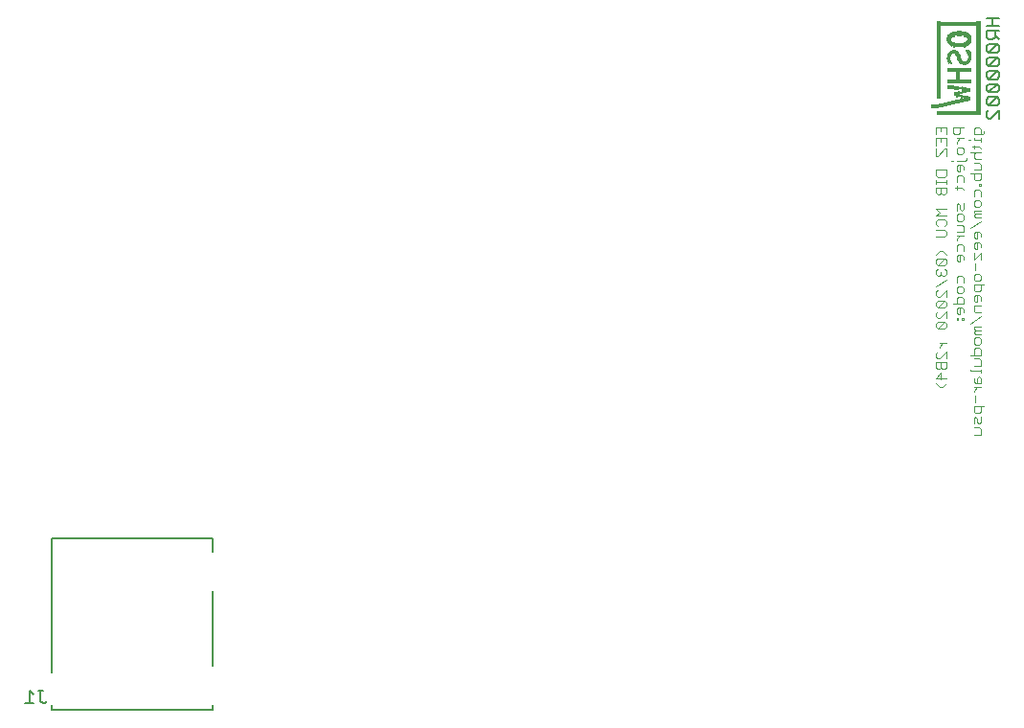
<source format=gbo>
G75*
%MOIN*%
%OFA0B0*%
%FSLAX25Y25*%
%IPPOS*%
%LPD*%
%AMOC8*
5,1,8,0,0,1.08239X$1,22.5*
%
%ADD10C,0.00400*%
%ADD11C,0.00500*%
%ADD12R,0.00300X0.32700*%
%ADD13R,0.00300X0.01500*%
%ADD14R,0.00300X0.02700*%
%ADD15R,0.00300X0.03000*%
%ADD16R,0.00300X0.03600*%
%ADD17R,0.00300X0.04200*%
%ADD18R,0.00300X0.04800*%
%ADD19R,0.00300X0.04500*%
%ADD20R,0.00300X0.02100*%
%ADD21R,0.00300X0.01800*%
%ADD22R,0.00300X0.01200*%
%ADD23R,0.00300X0.00600*%
%ADD24R,0.00300X0.00900*%
%ADD25R,0.00300X0.02400*%
%ADD26R,0.00300X0.03300*%
%ADD27R,0.00300X0.05400*%
%ADD28R,0.00300X0.03900*%
%ADD29R,0.00300X0.27000*%
%ADD30C,0.00600*%
D10*
X0577075Y0253695D02*
X0578276Y0252494D01*
X0579477Y0252494D01*
X0580678Y0253695D01*
X0580678Y0255577D02*
X0577075Y0255577D01*
X0578877Y0257378D01*
X0578877Y0254976D01*
X0579477Y0258659D02*
X0580078Y0258659D01*
X0580678Y0259260D01*
X0580678Y0261061D01*
X0577075Y0261061D01*
X0577075Y0259260D01*
X0577676Y0258659D01*
X0578276Y0258659D01*
X0578877Y0259260D01*
X0578877Y0261061D01*
X0578276Y0262342D02*
X0577676Y0262342D01*
X0577075Y0262943D01*
X0577075Y0264144D01*
X0577676Y0264744D01*
X0578276Y0266012D02*
X0578276Y0266613D01*
X0579477Y0267814D01*
X0580678Y0267814D02*
X0578276Y0267814D01*
X0580678Y0264744D02*
X0578276Y0262342D01*
X0580678Y0262342D02*
X0580678Y0264744D01*
X0578877Y0259260D02*
X0579477Y0258659D01*
X0589075Y0258606D02*
X0589075Y0258005D01*
X0592678Y0258005D01*
X0592678Y0257405D02*
X0592678Y0258606D01*
X0592678Y0259887D02*
X0590276Y0259887D01*
X0590276Y0262289D02*
X0592078Y0262289D01*
X0592678Y0261689D01*
X0592678Y0259887D01*
X0592678Y0263570D02*
X0589075Y0263570D01*
X0590276Y0263570D02*
X0590276Y0265372D01*
X0590877Y0265972D01*
X0592078Y0265972D01*
X0592678Y0265372D01*
X0592678Y0263570D01*
X0592078Y0267253D02*
X0590877Y0267253D01*
X0590276Y0267854D01*
X0590276Y0269055D01*
X0590877Y0269655D01*
X0592078Y0269655D01*
X0592678Y0269055D01*
X0592678Y0267854D01*
X0592078Y0267253D01*
X0592678Y0270936D02*
X0590877Y0270936D01*
X0590276Y0271537D01*
X0590877Y0272137D01*
X0592678Y0272137D01*
X0592678Y0273338D02*
X0590276Y0273338D01*
X0590276Y0272738D01*
X0590877Y0272137D01*
X0589075Y0274620D02*
X0592678Y0277022D01*
X0592678Y0278303D02*
X0590877Y0278303D01*
X0590276Y0278903D01*
X0590276Y0280705D01*
X0592678Y0280705D01*
X0591477Y0281986D02*
X0591477Y0284388D01*
X0590877Y0284388D02*
X0592078Y0284388D01*
X0592678Y0283787D01*
X0592678Y0282586D01*
X0591477Y0281986D02*
X0590877Y0281986D01*
X0590276Y0282586D01*
X0590276Y0283787D01*
X0590877Y0284388D01*
X0590877Y0285669D02*
X0592078Y0285669D01*
X0592678Y0286269D01*
X0592678Y0288071D01*
X0593879Y0288071D02*
X0590276Y0288071D01*
X0590276Y0286269D01*
X0590877Y0285669D01*
X0590877Y0289352D02*
X0590276Y0289953D01*
X0590276Y0291154D01*
X0590877Y0291754D01*
X0592078Y0291754D01*
X0592678Y0291154D01*
X0592678Y0289953D01*
X0592078Y0289352D01*
X0590877Y0289352D01*
X0590877Y0293035D02*
X0590877Y0295437D01*
X0590276Y0296718D02*
X0592678Y0299120D01*
X0592678Y0296718D01*
X0590276Y0296718D02*
X0590276Y0299120D01*
X0590877Y0300402D02*
X0591477Y0300402D01*
X0591477Y0302804D01*
X0590877Y0302804D02*
X0592078Y0302804D01*
X0592678Y0302203D01*
X0592678Y0301002D01*
X0590877Y0300402D02*
X0590276Y0301002D01*
X0590276Y0302203D01*
X0590877Y0302804D01*
X0590877Y0304085D02*
X0591477Y0304085D01*
X0591477Y0306487D01*
X0590877Y0306487D02*
X0592078Y0306487D01*
X0592678Y0305886D01*
X0592678Y0304685D01*
X0590877Y0304085D02*
X0590276Y0304685D01*
X0590276Y0305886D01*
X0590877Y0306487D01*
X0589075Y0307768D02*
X0592678Y0310170D01*
X0592678Y0311451D02*
X0590877Y0311451D01*
X0590276Y0312052D01*
X0590877Y0312652D01*
X0592678Y0312652D01*
X0592678Y0313853D02*
X0590276Y0313853D01*
X0590276Y0313253D01*
X0590877Y0312652D01*
X0590877Y0315134D02*
X0590276Y0315735D01*
X0590276Y0316936D01*
X0590877Y0317536D01*
X0592078Y0317536D01*
X0592678Y0316936D01*
X0592678Y0315735D01*
X0592078Y0315134D01*
X0590877Y0315134D01*
X0590276Y0318817D02*
X0590276Y0320619D01*
X0590877Y0321219D01*
X0592078Y0321219D01*
X0592678Y0320619D01*
X0592678Y0318817D01*
X0592678Y0322460D02*
X0592678Y0323061D01*
X0592078Y0323061D01*
X0592078Y0322460D01*
X0592678Y0322460D01*
X0592078Y0324342D02*
X0590877Y0324342D01*
X0590276Y0324943D01*
X0590276Y0326744D01*
X0589075Y0326744D02*
X0592678Y0326744D01*
X0592678Y0324943D01*
X0592078Y0324342D01*
X0592678Y0328025D02*
X0590276Y0328025D01*
X0590276Y0330427D02*
X0592078Y0330427D01*
X0592678Y0329827D01*
X0592678Y0328025D01*
X0592678Y0331708D02*
X0590877Y0331708D01*
X0590276Y0332309D01*
X0590276Y0333510D01*
X0590877Y0334110D01*
X0590276Y0335365D02*
X0590276Y0336566D01*
X0589676Y0335965D02*
X0592078Y0335965D01*
X0592678Y0335365D01*
X0592678Y0334110D02*
X0589075Y0334110D01*
X0587879Y0332269D02*
X0587879Y0331668D01*
X0587279Y0331068D01*
X0584276Y0331068D01*
X0583075Y0331068D02*
X0582475Y0331068D01*
X0584276Y0329213D02*
X0584276Y0328012D01*
X0584877Y0327411D01*
X0585477Y0327411D01*
X0585477Y0329813D01*
X0584877Y0329813D02*
X0584276Y0329213D01*
X0584877Y0329813D02*
X0586078Y0329813D01*
X0586678Y0329213D01*
X0586678Y0328012D01*
X0586078Y0326130D02*
X0586678Y0325530D01*
X0586678Y0323728D01*
X0586078Y0321847D02*
X0586678Y0321246D01*
X0586078Y0321847D02*
X0583676Y0321847D01*
X0584276Y0322447D02*
X0584276Y0321246D01*
X0584276Y0323728D02*
X0584276Y0325530D01*
X0584877Y0326130D01*
X0586078Y0326130D01*
X0580678Y0326170D02*
X0580078Y0325570D01*
X0577676Y0325570D01*
X0577075Y0326170D01*
X0577075Y0327972D01*
X0580678Y0327972D01*
X0580678Y0326170D01*
X0580678Y0324289D02*
X0580678Y0323088D01*
X0580678Y0323688D02*
X0577075Y0323688D01*
X0577075Y0323088D02*
X0577075Y0324289D01*
X0577075Y0321833D02*
X0577075Y0320032D01*
X0577676Y0319431D01*
X0578276Y0319431D01*
X0578877Y0320032D01*
X0578877Y0321833D01*
X0578877Y0320032D02*
X0579477Y0319431D01*
X0580078Y0319431D01*
X0580678Y0320032D01*
X0580678Y0321833D01*
X0577075Y0321833D01*
X0584276Y0315708D02*
X0584276Y0313906D01*
X0585477Y0314507D02*
X0585477Y0315708D01*
X0584877Y0316308D01*
X0584276Y0315708D01*
X0585477Y0314507D02*
X0586078Y0313906D01*
X0586678Y0314507D01*
X0586678Y0316308D01*
X0586078Y0312625D02*
X0586678Y0312025D01*
X0586678Y0310824D01*
X0586078Y0310223D01*
X0584877Y0310223D01*
X0584276Y0310824D01*
X0584276Y0312025D01*
X0584877Y0312625D01*
X0586078Y0312625D01*
X0586078Y0308942D02*
X0584276Y0308942D01*
X0586078Y0308942D02*
X0586678Y0308342D01*
X0586678Y0306540D01*
X0584276Y0306540D01*
X0584276Y0305259D02*
X0586678Y0305259D01*
X0585477Y0305259D02*
X0584276Y0304058D01*
X0584276Y0303458D01*
X0584877Y0302190D02*
X0584276Y0301589D01*
X0584276Y0299788D01*
X0584877Y0298507D02*
X0584276Y0297906D01*
X0584276Y0296705D01*
X0584877Y0296105D01*
X0585477Y0296105D01*
X0585477Y0298507D01*
X0584877Y0298507D02*
X0586078Y0298507D01*
X0586678Y0297906D01*
X0586678Y0296705D01*
X0586678Y0299788D02*
X0586678Y0301589D01*
X0586078Y0302190D01*
X0584877Y0302190D01*
X0580678Y0305299D02*
X0580678Y0306500D01*
X0580078Y0307101D01*
X0577075Y0307101D01*
X0577676Y0308382D02*
X0577075Y0308982D01*
X0577075Y0310183D01*
X0577676Y0310784D01*
X0580078Y0310784D01*
X0580678Y0310183D01*
X0580678Y0308982D01*
X0580078Y0308382D01*
X0580678Y0305299D02*
X0580078Y0304699D01*
X0577075Y0304699D01*
X0578276Y0299734D02*
X0577075Y0298533D01*
X0577676Y0297279D02*
X0577075Y0296678D01*
X0577075Y0295477D01*
X0577676Y0294877D01*
X0580078Y0297279D01*
X0580678Y0296678D01*
X0580678Y0295477D01*
X0580078Y0294877D01*
X0577676Y0294877D01*
X0577676Y0293596D02*
X0577075Y0292995D01*
X0577075Y0291794D01*
X0577676Y0291194D01*
X0578276Y0291194D01*
X0578877Y0291794D01*
X0579477Y0291194D01*
X0580078Y0291194D01*
X0580678Y0291794D01*
X0580678Y0292995D01*
X0580078Y0293596D01*
X0578877Y0292395D02*
X0578877Y0291794D01*
X0580678Y0289913D02*
X0577075Y0287511D01*
X0577676Y0286229D02*
X0577075Y0285629D01*
X0577075Y0284428D01*
X0577676Y0283827D01*
X0578276Y0283827D01*
X0580678Y0286229D01*
X0580678Y0283827D01*
X0580078Y0282546D02*
X0577676Y0280144D01*
X0580078Y0280144D01*
X0580678Y0280745D01*
X0580678Y0281946D01*
X0580078Y0282546D01*
X0577676Y0282546D01*
X0577075Y0281946D01*
X0577075Y0280745D01*
X0577676Y0280144D01*
X0577676Y0278863D02*
X0577075Y0278263D01*
X0577075Y0277062D01*
X0577676Y0276461D01*
X0578276Y0276461D01*
X0580678Y0278863D01*
X0580678Y0276461D01*
X0580078Y0275180D02*
X0577676Y0272778D01*
X0580078Y0272778D01*
X0580678Y0273378D01*
X0580678Y0274580D01*
X0580078Y0275180D01*
X0577676Y0275180D01*
X0577075Y0274580D01*
X0577075Y0273378D01*
X0577676Y0272778D01*
X0584276Y0275807D02*
X0584877Y0275807D01*
X0584877Y0276408D01*
X0584276Y0276408D01*
X0584276Y0275807D01*
X0586078Y0275807D02*
X0586678Y0275807D01*
X0586678Y0276408D01*
X0586078Y0276408D01*
X0586078Y0275807D01*
X0585477Y0277689D02*
X0585477Y0280091D01*
X0584877Y0280091D02*
X0584276Y0279490D01*
X0584276Y0278289D01*
X0584877Y0277689D01*
X0585477Y0277689D01*
X0586678Y0278289D02*
X0586678Y0279490D01*
X0586078Y0280091D01*
X0584877Y0280091D01*
X0584276Y0281372D02*
X0584276Y0283174D01*
X0584877Y0283774D01*
X0586078Y0283774D01*
X0586678Y0283174D01*
X0586678Y0281372D01*
X0583075Y0281372D01*
X0584877Y0285055D02*
X0584276Y0285656D01*
X0584276Y0286857D01*
X0584877Y0287457D01*
X0586078Y0287457D01*
X0586678Y0286857D01*
X0586678Y0285656D01*
X0586078Y0285055D01*
X0584877Y0285055D01*
X0584276Y0288738D02*
X0584276Y0290540D01*
X0584877Y0291140D01*
X0586078Y0291140D01*
X0586678Y0290540D01*
X0586678Y0288738D01*
X0580078Y0297279D02*
X0577676Y0297279D01*
X0578276Y0299734D02*
X0579477Y0299734D01*
X0580678Y0298533D01*
X0580678Y0312065D02*
X0577075Y0312065D01*
X0578276Y0313266D01*
X0577075Y0314467D01*
X0580678Y0314467D01*
X0580678Y0332936D02*
X0580678Y0335338D01*
X0580078Y0335338D01*
X0577676Y0332936D01*
X0577075Y0332936D01*
X0577075Y0335338D01*
X0577075Y0336619D02*
X0577075Y0339021D01*
X0580678Y0339021D01*
X0580678Y0336619D01*
X0578877Y0337820D02*
X0578877Y0339021D01*
X0580678Y0340302D02*
X0580678Y0342704D01*
X0577075Y0342704D01*
X0577075Y0340302D01*
X0578877Y0341503D02*
X0578877Y0342704D01*
X0583075Y0342704D02*
X0583075Y0340903D01*
X0583676Y0340302D01*
X0584877Y0340302D01*
X0585477Y0340903D01*
X0585477Y0342704D01*
X0586678Y0342704D02*
X0583075Y0342704D01*
X0584276Y0339021D02*
X0586678Y0339021D01*
X0585477Y0339021D02*
X0584276Y0337820D01*
X0584276Y0337220D01*
X0584877Y0335952D02*
X0584276Y0335351D01*
X0584276Y0334150D01*
X0584877Y0333550D01*
X0586078Y0333550D01*
X0586678Y0334150D01*
X0586678Y0335351D01*
X0586078Y0335952D01*
X0584877Y0335952D01*
X0588475Y0338421D02*
X0589075Y0338421D01*
X0590276Y0338421D02*
X0592678Y0338421D01*
X0592678Y0339021D02*
X0592678Y0337820D01*
X0590276Y0338421D02*
X0590276Y0339021D01*
X0590276Y0340302D02*
X0590276Y0342104D01*
X0590877Y0342704D01*
X0592078Y0342704D01*
X0592678Y0342104D01*
X0592678Y0340302D01*
X0593279Y0340302D02*
X0590276Y0340302D01*
X0593279Y0340302D02*
X0593879Y0340903D01*
X0593879Y0341503D01*
X0592078Y0256150D02*
X0591477Y0255550D01*
X0591477Y0253748D01*
X0590877Y0253748D02*
X0592678Y0253748D01*
X0592678Y0255550D01*
X0592078Y0256150D01*
X0590276Y0255550D02*
X0590276Y0254349D01*
X0590877Y0253748D01*
X0591477Y0252467D02*
X0590276Y0251266D01*
X0590276Y0250666D01*
X0590877Y0249398D02*
X0590877Y0246996D01*
X0590276Y0245715D02*
X0590276Y0243913D01*
X0590877Y0243313D01*
X0592078Y0243313D01*
X0592678Y0243913D01*
X0592678Y0245715D01*
X0593879Y0245715D02*
X0590276Y0245715D01*
X0590877Y0242032D02*
X0590276Y0241431D01*
X0590276Y0239630D01*
X0590276Y0238349D02*
X0592078Y0238349D01*
X0592678Y0237748D01*
X0592678Y0235947D01*
X0590276Y0235947D01*
X0592078Y0239630D02*
X0591477Y0240230D01*
X0591477Y0241431D01*
X0590877Y0242032D01*
X0592678Y0242032D02*
X0592678Y0240230D01*
X0592078Y0239630D01*
X0592678Y0252467D02*
X0590276Y0252467D01*
D11*
X0263148Y0142394D02*
X0260146Y0142394D01*
X0261647Y0142394D02*
X0261647Y0146898D01*
X0263148Y0145397D01*
X0264750Y0146898D02*
X0266251Y0146898D01*
X0265500Y0146898D02*
X0265500Y0143145D01*
X0266251Y0142394D01*
X0267001Y0142394D01*
X0267752Y0143145D01*
X0269298Y0141846D02*
X0269298Y0140075D01*
X0325321Y0140075D01*
X0325321Y0141846D01*
X0325321Y0155429D02*
X0325321Y0181610D01*
X0325321Y0195193D02*
X0325321Y0199917D01*
X0269298Y0199917D01*
X0269298Y0153067D01*
D12*
X0591378Y0363304D03*
X0591678Y0363304D03*
X0591978Y0363304D03*
X0592278Y0363304D03*
X0592578Y0363304D03*
D13*
X0589278Y0362704D03*
X0588978Y0362704D03*
X0588678Y0362704D03*
X0588378Y0362704D03*
X0588078Y0362704D03*
X0587778Y0362704D03*
X0587478Y0362704D03*
X0587178Y0362704D03*
X0586878Y0362704D03*
X0586578Y0362704D03*
X0586278Y0362704D03*
X0585978Y0362704D03*
X0585678Y0362704D03*
X0584178Y0362704D03*
X0583878Y0362704D03*
X0583578Y0362704D03*
X0583278Y0362704D03*
X0582978Y0362704D03*
X0582678Y0362704D03*
X0582378Y0362704D03*
X0582078Y0362704D03*
X0581778Y0362704D03*
X0581478Y0362704D03*
X0581478Y0358804D03*
X0581778Y0358804D03*
X0582078Y0358804D03*
X0582378Y0358804D03*
X0582678Y0358804D03*
X0582978Y0358804D03*
X0583278Y0358804D03*
X0583578Y0358804D03*
X0583878Y0358804D03*
X0584178Y0358804D03*
X0585678Y0358804D03*
X0585978Y0358804D03*
X0586278Y0358804D03*
X0586578Y0358804D03*
X0586878Y0358804D03*
X0587178Y0358804D03*
X0587478Y0358804D03*
X0587778Y0358804D03*
X0588078Y0358804D03*
X0588378Y0358804D03*
X0588678Y0358804D03*
X0588978Y0358804D03*
X0589278Y0358804D03*
X0588978Y0355804D03*
X0588678Y0355804D03*
X0588378Y0355804D03*
X0588078Y0355804D03*
X0588678Y0352804D03*
X0588978Y0352804D03*
X0584178Y0354304D03*
X0583878Y0354304D03*
X0583578Y0354304D03*
X0582678Y0351304D03*
X0582678Y0347704D03*
X0582378Y0347704D03*
X0582078Y0347704D03*
X0581778Y0347704D03*
X0581478Y0347704D03*
X0581178Y0347704D03*
X0580878Y0347704D03*
X0580578Y0347704D03*
X0580278Y0347704D03*
X0579978Y0347704D03*
X0579678Y0347704D03*
X0579378Y0347704D03*
X0579078Y0347704D03*
X0578778Y0347704D03*
X0578478Y0347704D03*
X0578178Y0347704D03*
X0577878Y0347704D03*
X0577578Y0347704D03*
X0576978Y0350104D03*
X0578478Y0350404D03*
X0582978Y0347704D03*
X0583278Y0347704D03*
X0583578Y0347704D03*
X0583878Y0347704D03*
X0584178Y0347704D03*
X0584478Y0347704D03*
X0584778Y0347704D03*
X0585078Y0347704D03*
X0585378Y0347704D03*
X0585678Y0347704D03*
X0585978Y0347704D03*
X0586278Y0347704D03*
X0586578Y0347704D03*
X0586878Y0347704D03*
X0587178Y0347704D03*
X0587478Y0347704D03*
X0587778Y0347704D03*
X0588078Y0347704D03*
X0588378Y0347704D03*
X0588678Y0347704D03*
X0588978Y0347704D03*
X0589278Y0347704D03*
X0589578Y0347704D03*
X0589878Y0347704D03*
X0590178Y0347704D03*
X0590478Y0347704D03*
X0590778Y0347704D03*
X0591078Y0347704D03*
X0587478Y0365104D03*
X0587178Y0365104D03*
X0586878Y0365104D03*
X0586578Y0365104D03*
X0586278Y0365404D03*
X0588078Y0365404D03*
X0583878Y0369004D03*
X0583578Y0369004D03*
X0583278Y0369004D03*
X0582978Y0369004D03*
X0583878Y0371404D03*
X0584178Y0371404D03*
X0584478Y0371404D03*
X0584778Y0371404D03*
X0585078Y0371404D03*
X0585378Y0371404D03*
X0585678Y0371404D03*
X0585978Y0371404D03*
X0586278Y0371404D03*
X0586578Y0371404D03*
X0586878Y0371404D03*
X0586878Y0375304D03*
X0586578Y0375304D03*
X0586278Y0375304D03*
X0584478Y0375304D03*
X0584178Y0375304D03*
X0583878Y0375304D03*
X0581178Y0373504D03*
X0582978Y0371704D03*
X0582978Y0378904D03*
X0582678Y0378904D03*
X0582378Y0378904D03*
X0582078Y0378904D03*
X0581778Y0378904D03*
X0581478Y0378904D03*
X0581178Y0378904D03*
X0580878Y0378904D03*
X0580578Y0378904D03*
X0580278Y0378904D03*
X0579978Y0378904D03*
X0579678Y0378904D03*
X0579378Y0378904D03*
X0579078Y0378904D03*
X0583278Y0378904D03*
X0583578Y0378904D03*
X0583878Y0378904D03*
X0584178Y0378904D03*
X0584478Y0378904D03*
X0584778Y0378904D03*
X0585078Y0378904D03*
X0585378Y0378904D03*
X0585678Y0378904D03*
X0585978Y0378904D03*
X0586278Y0378904D03*
X0586578Y0378904D03*
X0586878Y0378904D03*
X0587178Y0378904D03*
X0587478Y0378904D03*
X0587778Y0378904D03*
X0588078Y0378904D03*
X0588378Y0378904D03*
X0588678Y0378904D03*
X0588978Y0378904D03*
X0589278Y0378904D03*
X0589578Y0378904D03*
X0589878Y0378904D03*
X0590178Y0378904D03*
X0590478Y0378904D03*
X0590778Y0378904D03*
X0591078Y0378904D03*
D14*
X0589278Y0373504D03*
D15*
X0589278Y0367354D03*
X0581478Y0366754D03*
X0581478Y0373354D03*
D16*
X0581778Y0373354D03*
X0585078Y0367354D03*
X0585378Y0366754D03*
X0588978Y0373354D03*
D17*
X0588678Y0373354D03*
X0588978Y0367354D03*
X0582078Y0367054D03*
X0582078Y0373354D03*
D18*
X0582378Y0373354D03*
X0588678Y0367354D03*
D19*
X0588378Y0373504D03*
D20*
X0588078Y0372004D03*
X0588378Y0368704D03*
X0588378Y0365704D03*
X0585978Y0365704D03*
X0584478Y0368404D03*
X0586578Y0355804D03*
X0586878Y0355804D03*
X0587178Y0355804D03*
X0585378Y0354304D03*
X0585078Y0354304D03*
X0587178Y0352804D03*
X0587478Y0352804D03*
D21*
X0587778Y0352654D03*
X0588078Y0352654D03*
X0588378Y0352654D03*
X0587778Y0355654D03*
X0587478Y0355654D03*
X0584778Y0354154D03*
X0584478Y0354154D03*
X0582378Y0368554D03*
X0584178Y0368854D03*
X0583578Y0371554D03*
X0583278Y0371554D03*
X0582678Y0371854D03*
X0582678Y0374854D03*
X0582978Y0375154D03*
X0583278Y0375154D03*
X0583578Y0375154D03*
X0584778Y0375454D03*
X0585078Y0375454D03*
X0585378Y0375454D03*
X0585678Y0375454D03*
X0585978Y0375454D03*
X0587178Y0375154D03*
X0587478Y0375154D03*
X0587778Y0375154D03*
X0588078Y0374854D03*
X0587778Y0371854D03*
X0587478Y0371554D03*
X0587178Y0371554D03*
D22*
X0588078Y0369154D03*
X0587778Y0365254D03*
X0582378Y0365554D03*
X0582678Y0368854D03*
X0582678Y0356854D03*
X0582378Y0356854D03*
X0582078Y0356854D03*
X0581778Y0356854D03*
X0581478Y0356854D03*
X0582978Y0356854D03*
X0583278Y0356854D03*
X0583878Y0356554D03*
X0584178Y0356554D03*
X0584478Y0356554D03*
X0584778Y0356554D03*
X0585078Y0356554D03*
X0585978Y0353554D03*
X0586278Y0353554D03*
X0586278Y0352054D03*
X0585978Y0352054D03*
X0585678Y0352054D03*
X0585378Y0351754D03*
X0585078Y0351754D03*
X0584778Y0351754D03*
X0584478Y0351754D03*
X0584178Y0351754D03*
X0583878Y0351454D03*
X0583578Y0351454D03*
X0583278Y0351454D03*
X0582978Y0351454D03*
X0582378Y0351154D03*
X0582078Y0351154D03*
X0581778Y0351154D03*
X0581478Y0351154D03*
X0581178Y0350854D03*
X0580878Y0350854D03*
X0580578Y0350854D03*
X0580278Y0350854D03*
X0579978Y0350854D03*
X0579678Y0350554D03*
X0579378Y0350554D03*
X0579078Y0350554D03*
X0578778Y0350554D03*
X0578178Y0350254D03*
X0577878Y0350254D03*
X0577578Y0350254D03*
X0577278Y0350254D03*
X0576678Y0349954D03*
X0576378Y0349954D03*
X0576078Y0349954D03*
X0575778Y0349954D03*
X0586578Y0352054D03*
X0586878Y0352054D03*
D23*
X0582678Y0365254D03*
X0587778Y0369454D03*
D24*
X0581178Y0366904D03*
X0583578Y0356704D03*
X0585378Y0356404D03*
X0585678Y0356404D03*
X0585978Y0356404D03*
X0585978Y0354904D03*
X0585678Y0354904D03*
X0585678Y0353704D03*
X0586578Y0353404D03*
X0586878Y0353404D03*
D25*
X0586278Y0355654D03*
D26*
X0585678Y0366304D03*
X0584778Y0367804D03*
D27*
X0584778Y0360754D03*
X0584478Y0360754D03*
X0585078Y0360754D03*
X0585378Y0360754D03*
D28*
X0581778Y0366904D03*
D29*
X0578778Y0366154D03*
X0578478Y0366154D03*
X0578178Y0366154D03*
X0577878Y0366154D03*
X0577578Y0366154D03*
D30*
X0594675Y0366392D02*
X0594675Y0364924D01*
X0595409Y0364190D01*
X0598345Y0367126D01*
X0599078Y0366392D01*
X0599078Y0364924D01*
X0598345Y0364190D01*
X0595409Y0364190D01*
X0595409Y0362522D02*
X0594675Y0361788D01*
X0594675Y0360320D01*
X0595409Y0359586D01*
X0598345Y0362522D01*
X0599078Y0361788D01*
X0599078Y0360320D01*
X0598345Y0359586D01*
X0595409Y0359586D01*
X0595409Y0357918D02*
X0594675Y0357184D01*
X0594675Y0355716D01*
X0595409Y0354982D01*
X0598345Y0357918D01*
X0599078Y0357184D01*
X0599078Y0355716D01*
X0598345Y0354982D01*
X0595409Y0354982D01*
X0595409Y0353314D02*
X0594675Y0352580D01*
X0594675Y0351112D01*
X0595409Y0350378D01*
X0598345Y0353314D01*
X0599078Y0352580D01*
X0599078Y0351112D01*
X0598345Y0350378D01*
X0595409Y0350378D01*
X0595409Y0348710D02*
X0594675Y0347976D01*
X0594675Y0346508D01*
X0595409Y0345774D01*
X0596143Y0345774D01*
X0599078Y0348710D01*
X0599078Y0345774D01*
X0598345Y0353314D02*
X0595409Y0353314D01*
X0595409Y0357918D02*
X0598345Y0357918D01*
X0598345Y0362522D02*
X0595409Y0362522D01*
X0594675Y0366392D02*
X0595409Y0367126D01*
X0598345Y0367126D01*
X0598345Y0368794D02*
X0599078Y0369528D01*
X0599078Y0370996D01*
X0598345Y0371730D01*
X0595409Y0368794D01*
X0598345Y0368794D01*
X0598345Y0371730D02*
X0595409Y0371730D01*
X0594675Y0370996D01*
X0594675Y0369528D01*
X0595409Y0368794D01*
X0595409Y0373398D02*
X0596877Y0373398D01*
X0597611Y0374132D01*
X0597611Y0376334D01*
X0599078Y0376334D02*
X0594675Y0376334D01*
X0594675Y0374132D01*
X0595409Y0373398D01*
X0597611Y0374866D02*
X0599078Y0373398D01*
X0599078Y0378002D02*
X0594675Y0378002D01*
X0596877Y0378002D02*
X0596877Y0380938D01*
X0599078Y0380938D02*
X0594675Y0380938D01*
M02*

</source>
